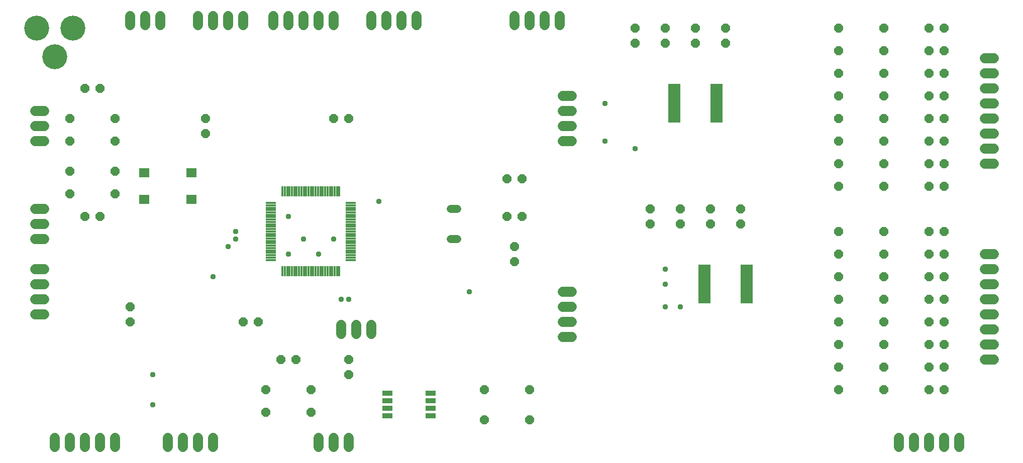
<source format=gbr>
G04 EAGLE Gerber RS-274X export*
G75*
%MOMM*%
%FSLAX34Y34*%
%LPD*%
%INSoldermask Top*%
%IPPOS*%
%AMOC8*
5,1,8,0,0,1.08239X$1,22.5*%
G01*
%ADD10P,1.649562X8X22.500000*%
%ADD11P,1.649562X8X202.500000*%
%ADD12P,1.649562X8X112.500000*%
%ADD13R,1.678200X0.403097*%
%ADD14R,0.403097X1.678200*%
%ADD15R,1.753200X0.903200*%
%ADD16C,1.727200*%
%ADD17C,1.320800*%
%ADD18R,1.753200X1.503200*%
%ADD19R,2.003200X0.653200*%
%ADD20C,4.203200*%
%ADD21C,0.959600*%


D10*
X127000Y431800D03*
X152400Y431800D03*
D11*
X863600Y495300D03*
X838200Y495300D03*
X863600Y431800D03*
X838200Y431800D03*
D12*
X203200Y254000D03*
X203200Y279400D03*
D10*
X546100Y596900D03*
X571500Y596900D03*
X393700Y254000D03*
X419100Y254000D03*
D12*
X850900Y355600D03*
X850900Y381000D03*
X330200Y571500D03*
X330200Y596900D03*
X571500Y165100D03*
X571500Y190500D03*
D10*
X457200Y190500D03*
X482600Y190500D03*
X127000Y647700D03*
X152400Y647700D03*
D13*
X440620Y454400D03*
X440620Y450400D03*
X440620Y446400D03*
X440620Y442400D03*
X440620Y438400D03*
X440620Y434400D03*
X440620Y430400D03*
X440620Y426400D03*
X440620Y422400D03*
X440620Y418400D03*
X440620Y414400D03*
X440620Y410400D03*
X440620Y406400D03*
X440620Y402400D03*
X440620Y398400D03*
X440620Y394400D03*
X440620Y390400D03*
X440620Y386400D03*
X440620Y382400D03*
X440620Y378400D03*
X440620Y374400D03*
X440620Y370400D03*
X440620Y366400D03*
X440620Y362400D03*
X440620Y358400D03*
D14*
X460000Y339020D03*
X464000Y339020D03*
X468000Y339020D03*
X472000Y339020D03*
X476000Y339020D03*
X480000Y339020D03*
X484000Y339020D03*
X488000Y339020D03*
X492000Y339020D03*
X496000Y339020D03*
X500000Y339020D03*
X504000Y339020D03*
X508000Y339020D03*
X512000Y339020D03*
X516000Y339020D03*
X520000Y339020D03*
X524000Y339020D03*
X528000Y339020D03*
X532000Y339020D03*
X536000Y339020D03*
X540000Y339020D03*
X544000Y339020D03*
X548000Y339020D03*
X552000Y339020D03*
X556000Y339020D03*
D13*
X575380Y358400D03*
X575380Y362400D03*
X575380Y366400D03*
X575380Y370400D03*
X575380Y374400D03*
X575380Y378400D03*
X575380Y382400D03*
X575380Y386400D03*
X575380Y390400D03*
X575380Y394400D03*
X575380Y398400D03*
X575380Y402400D03*
X575380Y406400D03*
X575380Y410400D03*
X575380Y414400D03*
X575380Y418400D03*
X575380Y422400D03*
X575380Y426400D03*
X575380Y430400D03*
X575380Y434400D03*
X575380Y438400D03*
X575380Y442400D03*
X575380Y446400D03*
X575380Y450400D03*
X575380Y454400D03*
D14*
X556000Y473780D03*
X552000Y473780D03*
X548000Y473780D03*
X544000Y473780D03*
X540000Y473780D03*
X536000Y473780D03*
X532000Y473780D03*
X528000Y473780D03*
X524000Y473780D03*
X520000Y473780D03*
X516000Y473780D03*
X512000Y473780D03*
X508000Y473780D03*
X504000Y473780D03*
X500000Y473780D03*
X496000Y473780D03*
X492000Y473780D03*
X488000Y473780D03*
X484000Y473780D03*
X480000Y473780D03*
X476000Y473780D03*
X472000Y473780D03*
X468000Y473780D03*
X464000Y473780D03*
X460000Y473780D03*
D15*
X636600Y133350D03*
X636600Y120650D03*
X636600Y107950D03*
X636600Y95250D03*
X709600Y95250D03*
X709600Y107950D03*
X709600Y120650D03*
X709600Y133350D03*
D16*
X76200Y58420D02*
X76200Y43180D01*
X101600Y43180D02*
X101600Y58420D01*
X127000Y58420D02*
X127000Y43180D01*
X152400Y43180D02*
X152400Y58420D01*
X177800Y58420D02*
X177800Y43180D01*
D17*
X743712Y393700D02*
X754888Y393700D01*
X754888Y444500D02*
X743712Y444500D01*
D10*
X101600Y469900D03*
X177800Y469900D03*
X800100Y88900D03*
X876300Y88900D03*
X101600Y508000D03*
X177800Y508000D03*
X101600Y558800D03*
X177800Y558800D03*
X101600Y596900D03*
X177800Y596900D03*
X431800Y139700D03*
X508000Y139700D03*
X431800Y101600D03*
X508000Y101600D03*
X800100Y139700D03*
X876300Y139700D03*
D16*
X342900Y58420D02*
X342900Y43180D01*
X317500Y43180D02*
X317500Y58420D01*
X292100Y58420D02*
X292100Y43180D01*
X266700Y43180D02*
X266700Y58420D01*
X58420Y558800D02*
X43180Y558800D01*
X43180Y584200D02*
X58420Y584200D01*
X58420Y609600D02*
X43180Y609600D01*
X571500Y58420D02*
X571500Y43180D01*
X546100Y43180D02*
X546100Y58420D01*
X520700Y58420D02*
X520700Y43180D01*
X932180Y558800D02*
X947420Y558800D01*
X947420Y584200D02*
X932180Y584200D01*
X932180Y609600D02*
X947420Y609600D01*
X947420Y635000D02*
X932180Y635000D01*
X932180Y228600D02*
X947420Y228600D01*
X947420Y254000D02*
X932180Y254000D01*
X932180Y279400D02*
X947420Y279400D01*
X947420Y304800D02*
X932180Y304800D01*
X850900Y754380D02*
X850900Y769620D01*
X876300Y769620D02*
X876300Y754380D01*
X901700Y754380D02*
X901700Y769620D01*
X927100Y769620D02*
X927100Y754380D01*
X609600Y754380D02*
X609600Y769620D01*
X635000Y769620D02*
X635000Y754380D01*
X660400Y754380D02*
X660400Y769620D01*
X685800Y769620D02*
X685800Y754380D01*
X317500Y754380D02*
X317500Y769620D01*
X342900Y769620D02*
X342900Y754380D01*
X368300Y754380D02*
X368300Y769620D01*
X393700Y769620D02*
X393700Y754380D01*
X58420Y266700D02*
X43180Y266700D01*
X43180Y292100D02*
X58420Y292100D01*
X58420Y317500D02*
X43180Y317500D01*
X43180Y342900D02*
X58420Y342900D01*
X609600Y248920D02*
X609600Y233680D01*
X584200Y233680D02*
X584200Y248920D01*
X558800Y248920D02*
X558800Y233680D01*
X58420Y393700D02*
X43180Y393700D01*
X43180Y419100D02*
X58420Y419100D01*
X58420Y444500D02*
X43180Y444500D01*
D18*
X306450Y505100D03*
X226950Y505100D03*
X306450Y460100D03*
X226950Y460100D03*
D16*
X444500Y754380D02*
X444500Y769620D01*
X469900Y769620D02*
X469900Y754380D01*
X495300Y754380D02*
X495300Y769620D01*
X520700Y769620D02*
X520700Y754380D01*
X546100Y754380D02*
X546100Y769620D01*
X203200Y769620D02*
X203200Y754380D01*
X228600Y754380D02*
X228600Y769620D01*
X254000Y769620D02*
X254000Y754380D01*
D19*
X1242000Y288250D03*
X1242000Y294750D03*
X1242000Y301250D03*
X1242000Y307750D03*
X1242000Y314250D03*
X1242000Y320750D03*
X1242000Y327250D03*
X1242000Y333750D03*
X1242000Y340250D03*
X1242000Y346750D03*
X1171000Y346750D03*
X1171000Y340250D03*
X1171000Y333750D03*
X1171000Y327250D03*
X1171000Y320750D03*
X1171000Y314250D03*
X1171000Y307750D03*
X1171000Y301250D03*
X1171000Y294750D03*
X1171000Y288250D03*
D16*
X1643380Y368300D02*
X1658620Y368300D01*
X1658620Y342900D02*
X1643380Y342900D01*
X1643380Y317500D02*
X1658620Y317500D01*
X1658620Y292100D02*
X1643380Y292100D01*
X1643380Y266700D02*
X1658620Y266700D01*
X1658620Y241300D02*
X1643380Y241300D01*
X1643380Y215900D02*
X1658620Y215900D01*
X1658620Y190500D02*
X1643380Y190500D01*
D19*
X1191200Y593050D03*
X1191200Y599550D03*
X1191200Y606050D03*
X1191200Y612550D03*
X1191200Y619050D03*
X1191200Y625550D03*
X1191200Y632050D03*
X1191200Y638550D03*
X1191200Y645050D03*
X1191200Y651550D03*
X1120200Y651550D03*
X1120200Y645050D03*
X1120200Y638550D03*
X1120200Y632050D03*
X1120200Y625550D03*
X1120200Y619050D03*
X1120200Y612550D03*
X1120200Y606050D03*
X1120200Y599550D03*
X1120200Y593050D03*
D16*
X1643380Y698500D02*
X1658620Y698500D01*
X1658620Y673100D02*
X1643380Y673100D01*
X1643380Y647700D02*
X1658620Y647700D01*
X1658620Y622300D02*
X1643380Y622300D01*
X1643380Y596900D02*
X1658620Y596900D01*
X1658620Y571500D02*
X1643380Y571500D01*
X1643380Y546100D02*
X1658620Y546100D01*
X1658620Y520700D02*
X1643380Y520700D01*
D12*
X1054100Y723900D03*
X1054100Y749300D03*
X1104900Y723900D03*
X1104900Y749300D03*
X1181100Y419100D03*
X1181100Y444500D03*
X1231900Y419100D03*
X1231900Y444500D03*
X1079500Y419100D03*
X1079500Y444500D03*
X1130300Y419100D03*
X1130300Y444500D03*
X1155700Y723900D03*
X1155700Y749300D03*
X1206500Y723900D03*
X1206500Y749300D03*
D10*
X1549400Y482600D03*
X1574800Y482600D03*
X1549400Y520700D03*
X1574800Y520700D03*
X1549400Y558800D03*
X1574800Y558800D03*
X1549400Y596900D03*
X1574800Y596900D03*
X1549400Y635000D03*
X1574800Y635000D03*
X1549400Y673100D03*
X1574800Y673100D03*
X1549400Y711200D03*
X1574800Y711200D03*
X1549400Y749300D03*
X1574800Y749300D03*
X1549400Y139700D03*
X1574800Y139700D03*
X1549400Y177800D03*
X1574800Y177800D03*
X1549400Y215900D03*
X1574800Y215900D03*
X1549400Y254000D03*
X1574800Y254000D03*
X1549400Y292100D03*
X1574800Y292100D03*
X1549400Y330200D03*
X1574800Y330200D03*
X1549400Y368300D03*
X1574800Y368300D03*
X1549400Y406400D03*
X1574800Y406400D03*
X1397000Y139700D03*
X1473200Y139700D03*
X1397000Y177800D03*
X1473200Y177800D03*
X1397000Y215900D03*
X1473200Y215900D03*
X1397000Y254000D03*
X1473200Y254000D03*
X1397000Y292100D03*
X1473200Y292100D03*
X1397000Y330200D03*
X1473200Y330200D03*
X1397000Y368300D03*
X1473200Y368300D03*
X1397000Y406400D03*
X1473200Y406400D03*
X1397000Y482600D03*
X1473200Y482600D03*
X1397000Y520700D03*
X1473200Y520700D03*
X1397000Y558800D03*
X1473200Y558800D03*
X1397000Y596900D03*
X1473200Y596900D03*
X1397000Y635000D03*
X1473200Y635000D03*
X1397000Y673100D03*
X1473200Y673100D03*
X1397000Y711200D03*
X1473200Y711200D03*
X1397000Y749300D03*
X1473200Y749300D03*
D20*
X107200Y749300D03*
X76200Y701300D03*
X46200Y749300D03*
D16*
X1498600Y58420D02*
X1498600Y43180D01*
X1524000Y43180D02*
X1524000Y58420D01*
X1549400Y58420D02*
X1549400Y43180D01*
X1574800Y43180D02*
X1574800Y58420D01*
X1600200Y58420D02*
X1600200Y43180D01*
D21*
X368300Y381000D03*
X469900Y431800D03*
X469900Y368300D03*
X495300Y393700D03*
X520700Y368300D03*
X546100Y393700D03*
X1054100Y546100D03*
X1130300Y279400D03*
X558800Y292100D03*
X571500Y292100D03*
X241300Y114300D03*
X241300Y165100D03*
X381000Y406400D03*
X381000Y393700D03*
X622300Y457200D03*
X774700Y304800D03*
X1104900Y342900D03*
X1104900Y279400D03*
X1104900Y317500D03*
X1003300Y558800D03*
X1003300Y622300D03*
X342900Y330200D03*
M02*

</source>
